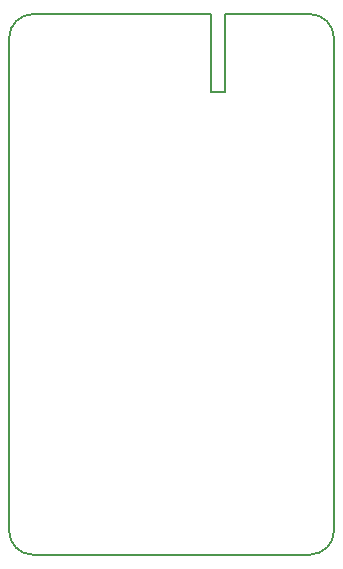
<source format=gm1>
G04 #@! TF.FileFunction,Profile,NP*
%FSLAX46Y46*%
G04 Gerber Fmt 4.6, Leading zero omitted, Abs format (unit mm)*
G04 Created by KiCad (PCBNEW 4.0.5) date 12/24/17 14:42:58*
%MOMM*%
%LPD*%
G01*
G04 APERTURE LIST*
%ADD10C,0.100000*%
%ADD11C,0.150000*%
G04 APERTURE END LIST*
D10*
D11*
X110000000Y-77000000D02*
X110000000Y-118750000D01*
X137500000Y-118750000D02*
X137500000Y-77000000D01*
X135500000Y-120750000D02*
X112000000Y-120750000D01*
X135500000Y-120750000D02*
G75*
G03X137500000Y-118750000I0J2000000D01*
G01*
X110000000Y-118750000D02*
G75*
G03X112000000Y-120750000I2000000J0D01*
G01*
X135500000Y-75000000D02*
X128300000Y-75000000D01*
X127100000Y-75000000D02*
X112000000Y-75000000D01*
X127100000Y-81600000D02*
X127100000Y-75000000D01*
X128300000Y-81600000D02*
X127100000Y-81600000D01*
X128300000Y-75000000D02*
X128300000Y-81600000D01*
X137500000Y-77000000D02*
G75*
G03X135500000Y-75000000I-2000000J0D01*
G01*
X112000000Y-75000000D02*
G75*
G03X110000000Y-77000000I0J-2000000D01*
G01*
M02*

</source>
